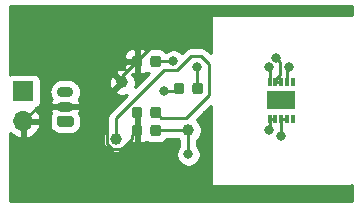
<source format=gtl>
G04 #@! TF.GenerationSoftware,KiCad,Pcbnew,(5.1.0-0)*
G04 #@! TF.CreationDate,2019-07-20T15:32:48+01:00*
G04 #@! TF.ProjectId,Li-ionCharger,4c692d69-6f6e-4436-9861-726765722e6b,rev?*
G04 #@! TF.SameCoordinates,Original*
G04 #@! TF.FileFunction,Copper,L1,Top*
G04 #@! TF.FilePolarity,Positive*
%FSLAX46Y46*%
G04 Gerber Fmt 4.6, Leading zero omitted, Abs format (unit mm)*
G04 Created by KiCad (PCBNEW (5.1.0-0)) date 2019-07-20 15:32:48*
%MOMM*%
%LPD*%
G04 APERTURE LIST*
%ADD10R,1.700000X1.700000*%
%ADD11O,1.700000X1.700000*%
%ADD12C,0.100000*%
%ADD13C,0.875000*%
%ADD14C,1.000000*%
%ADD15R,0.300000X0.650000*%
%ADD16R,2.480000X1.550000*%
%ADD17C,0.900000*%
%ADD18O,1.400000X0.900000*%
%ADD19C,0.800000*%
%ADD20C,0.250000*%
%ADD21C,0.254000*%
G04 APERTURE END LIST*
D10*
X114808000Y-71882000D03*
D11*
X114808000Y-74422000D03*
D12*
G36*
X124674691Y-73186053D02*
G01*
X124695926Y-73189203D01*
X124716750Y-73194419D01*
X124736962Y-73201651D01*
X124756368Y-73210830D01*
X124774781Y-73221866D01*
X124792024Y-73234654D01*
X124807930Y-73249070D01*
X124822346Y-73264976D01*
X124835134Y-73282219D01*
X124846170Y-73300632D01*
X124855349Y-73320038D01*
X124862581Y-73340250D01*
X124867797Y-73361074D01*
X124870947Y-73382309D01*
X124872000Y-73403750D01*
X124872000Y-73916250D01*
X124870947Y-73937691D01*
X124867797Y-73958926D01*
X124862581Y-73979750D01*
X124855349Y-73999962D01*
X124846170Y-74019368D01*
X124835134Y-74037781D01*
X124822346Y-74055024D01*
X124807930Y-74070930D01*
X124792024Y-74085346D01*
X124774781Y-74098134D01*
X124756368Y-74109170D01*
X124736962Y-74118349D01*
X124716750Y-74125581D01*
X124695926Y-74130797D01*
X124674691Y-74133947D01*
X124653250Y-74135000D01*
X124215750Y-74135000D01*
X124194309Y-74133947D01*
X124173074Y-74130797D01*
X124152250Y-74125581D01*
X124132038Y-74118349D01*
X124112632Y-74109170D01*
X124094219Y-74098134D01*
X124076976Y-74085346D01*
X124061070Y-74070930D01*
X124046654Y-74055024D01*
X124033866Y-74037781D01*
X124022830Y-74019368D01*
X124013651Y-73999962D01*
X124006419Y-73979750D01*
X124001203Y-73958926D01*
X123998053Y-73937691D01*
X123997000Y-73916250D01*
X123997000Y-73403750D01*
X123998053Y-73382309D01*
X124001203Y-73361074D01*
X124006419Y-73340250D01*
X124013651Y-73320038D01*
X124022830Y-73300632D01*
X124033866Y-73282219D01*
X124046654Y-73264976D01*
X124061070Y-73249070D01*
X124076976Y-73234654D01*
X124094219Y-73221866D01*
X124112632Y-73210830D01*
X124132038Y-73201651D01*
X124152250Y-73194419D01*
X124173074Y-73189203D01*
X124194309Y-73186053D01*
X124215750Y-73185000D01*
X124653250Y-73185000D01*
X124674691Y-73186053D01*
X124674691Y-73186053D01*
G37*
D13*
X124434500Y-73660000D03*
D12*
G36*
X126249691Y-73186053D02*
G01*
X126270926Y-73189203D01*
X126291750Y-73194419D01*
X126311962Y-73201651D01*
X126331368Y-73210830D01*
X126349781Y-73221866D01*
X126367024Y-73234654D01*
X126382930Y-73249070D01*
X126397346Y-73264976D01*
X126410134Y-73282219D01*
X126421170Y-73300632D01*
X126430349Y-73320038D01*
X126437581Y-73340250D01*
X126442797Y-73361074D01*
X126445947Y-73382309D01*
X126447000Y-73403750D01*
X126447000Y-73916250D01*
X126445947Y-73937691D01*
X126442797Y-73958926D01*
X126437581Y-73979750D01*
X126430349Y-73999962D01*
X126421170Y-74019368D01*
X126410134Y-74037781D01*
X126397346Y-74055024D01*
X126382930Y-74070930D01*
X126367024Y-74085346D01*
X126349781Y-74098134D01*
X126331368Y-74109170D01*
X126311962Y-74118349D01*
X126291750Y-74125581D01*
X126270926Y-74130797D01*
X126249691Y-74133947D01*
X126228250Y-74135000D01*
X125790750Y-74135000D01*
X125769309Y-74133947D01*
X125748074Y-74130797D01*
X125727250Y-74125581D01*
X125707038Y-74118349D01*
X125687632Y-74109170D01*
X125669219Y-74098134D01*
X125651976Y-74085346D01*
X125636070Y-74070930D01*
X125621654Y-74055024D01*
X125608866Y-74037781D01*
X125597830Y-74019368D01*
X125588651Y-73999962D01*
X125581419Y-73979750D01*
X125576203Y-73958926D01*
X125573053Y-73937691D01*
X125572000Y-73916250D01*
X125572000Y-73403750D01*
X125573053Y-73382309D01*
X125576203Y-73361074D01*
X125581419Y-73340250D01*
X125588651Y-73320038D01*
X125597830Y-73300632D01*
X125608866Y-73282219D01*
X125621654Y-73264976D01*
X125636070Y-73249070D01*
X125651976Y-73234654D01*
X125669219Y-73221866D01*
X125687632Y-73210830D01*
X125707038Y-73201651D01*
X125727250Y-73194419D01*
X125748074Y-73189203D01*
X125769309Y-73186053D01*
X125790750Y-73185000D01*
X126228250Y-73185000D01*
X126249691Y-73186053D01*
X126249691Y-73186053D01*
G37*
D13*
X126009500Y-73660000D03*
D12*
G36*
X126249691Y-74710053D02*
G01*
X126270926Y-74713203D01*
X126291750Y-74718419D01*
X126311962Y-74725651D01*
X126331368Y-74734830D01*
X126349781Y-74745866D01*
X126367024Y-74758654D01*
X126382930Y-74773070D01*
X126397346Y-74788976D01*
X126410134Y-74806219D01*
X126421170Y-74824632D01*
X126430349Y-74844038D01*
X126437581Y-74864250D01*
X126442797Y-74885074D01*
X126445947Y-74906309D01*
X126447000Y-74927750D01*
X126447000Y-75440250D01*
X126445947Y-75461691D01*
X126442797Y-75482926D01*
X126437581Y-75503750D01*
X126430349Y-75523962D01*
X126421170Y-75543368D01*
X126410134Y-75561781D01*
X126397346Y-75579024D01*
X126382930Y-75594930D01*
X126367024Y-75609346D01*
X126349781Y-75622134D01*
X126331368Y-75633170D01*
X126311962Y-75642349D01*
X126291750Y-75649581D01*
X126270926Y-75654797D01*
X126249691Y-75657947D01*
X126228250Y-75659000D01*
X125790750Y-75659000D01*
X125769309Y-75657947D01*
X125748074Y-75654797D01*
X125727250Y-75649581D01*
X125707038Y-75642349D01*
X125687632Y-75633170D01*
X125669219Y-75622134D01*
X125651976Y-75609346D01*
X125636070Y-75594930D01*
X125621654Y-75579024D01*
X125608866Y-75561781D01*
X125597830Y-75543368D01*
X125588651Y-75523962D01*
X125581419Y-75503750D01*
X125576203Y-75482926D01*
X125573053Y-75461691D01*
X125572000Y-75440250D01*
X125572000Y-74927750D01*
X125573053Y-74906309D01*
X125576203Y-74885074D01*
X125581419Y-74864250D01*
X125588651Y-74844038D01*
X125597830Y-74824632D01*
X125608866Y-74806219D01*
X125621654Y-74788976D01*
X125636070Y-74773070D01*
X125651976Y-74758654D01*
X125669219Y-74745866D01*
X125687632Y-74734830D01*
X125707038Y-74725651D01*
X125727250Y-74718419D01*
X125748074Y-74713203D01*
X125769309Y-74710053D01*
X125790750Y-74709000D01*
X126228250Y-74709000D01*
X126249691Y-74710053D01*
X126249691Y-74710053D01*
G37*
D13*
X126009500Y-75184000D03*
D12*
G36*
X124674691Y-74710053D02*
G01*
X124695926Y-74713203D01*
X124716750Y-74718419D01*
X124736962Y-74725651D01*
X124756368Y-74734830D01*
X124774781Y-74745866D01*
X124792024Y-74758654D01*
X124807930Y-74773070D01*
X124822346Y-74788976D01*
X124835134Y-74806219D01*
X124846170Y-74824632D01*
X124855349Y-74844038D01*
X124862581Y-74864250D01*
X124867797Y-74885074D01*
X124870947Y-74906309D01*
X124872000Y-74927750D01*
X124872000Y-75440250D01*
X124870947Y-75461691D01*
X124867797Y-75482926D01*
X124862581Y-75503750D01*
X124855349Y-75523962D01*
X124846170Y-75543368D01*
X124835134Y-75561781D01*
X124822346Y-75579024D01*
X124807930Y-75594930D01*
X124792024Y-75609346D01*
X124774781Y-75622134D01*
X124756368Y-75633170D01*
X124736962Y-75642349D01*
X124716750Y-75649581D01*
X124695926Y-75654797D01*
X124674691Y-75657947D01*
X124653250Y-75659000D01*
X124215750Y-75659000D01*
X124194309Y-75657947D01*
X124173074Y-75654797D01*
X124152250Y-75649581D01*
X124132038Y-75642349D01*
X124112632Y-75633170D01*
X124094219Y-75622134D01*
X124076976Y-75609346D01*
X124061070Y-75594930D01*
X124046654Y-75579024D01*
X124033866Y-75561781D01*
X124022830Y-75543368D01*
X124013651Y-75523962D01*
X124006419Y-75503750D01*
X124001203Y-75482926D01*
X123998053Y-75461691D01*
X123997000Y-75440250D01*
X123997000Y-74927750D01*
X123998053Y-74906309D01*
X124001203Y-74885074D01*
X124006419Y-74864250D01*
X124013651Y-74844038D01*
X124022830Y-74824632D01*
X124033866Y-74806219D01*
X124046654Y-74788976D01*
X124061070Y-74773070D01*
X124076976Y-74758654D01*
X124094219Y-74745866D01*
X124112632Y-74734830D01*
X124132038Y-74725651D01*
X124152250Y-74718419D01*
X124173074Y-74713203D01*
X124194309Y-74710053D01*
X124215750Y-74709000D01*
X124653250Y-74709000D01*
X124674691Y-74710053D01*
X124674691Y-74710053D01*
G37*
D13*
X124434500Y-75184000D03*
D12*
G36*
X128230691Y-71154053D02*
G01*
X128251926Y-71157203D01*
X128272750Y-71162419D01*
X128292962Y-71169651D01*
X128312368Y-71178830D01*
X128330781Y-71189866D01*
X128348024Y-71202654D01*
X128363930Y-71217070D01*
X128378346Y-71232976D01*
X128391134Y-71250219D01*
X128402170Y-71268632D01*
X128411349Y-71288038D01*
X128418581Y-71308250D01*
X128423797Y-71329074D01*
X128426947Y-71350309D01*
X128428000Y-71371750D01*
X128428000Y-71884250D01*
X128426947Y-71905691D01*
X128423797Y-71926926D01*
X128418581Y-71947750D01*
X128411349Y-71967962D01*
X128402170Y-71987368D01*
X128391134Y-72005781D01*
X128378346Y-72023024D01*
X128363930Y-72038930D01*
X128348024Y-72053346D01*
X128330781Y-72066134D01*
X128312368Y-72077170D01*
X128292962Y-72086349D01*
X128272750Y-72093581D01*
X128251926Y-72098797D01*
X128230691Y-72101947D01*
X128209250Y-72103000D01*
X127771750Y-72103000D01*
X127750309Y-72101947D01*
X127729074Y-72098797D01*
X127708250Y-72093581D01*
X127688038Y-72086349D01*
X127668632Y-72077170D01*
X127650219Y-72066134D01*
X127632976Y-72053346D01*
X127617070Y-72038930D01*
X127602654Y-72023024D01*
X127589866Y-72005781D01*
X127578830Y-71987368D01*
X127569651Y-71967962D01*
X127562419Y-71947750D01*
X127557203Y-71926926D01*
X127554053Y-71905691D01*
X127553000Y-71884250D01*
X127553000Y-71371750D01*
X127554053Y-71350309D01*
X127557203Y-71329074D01*
X127562419Y-71308250D01*
X127569651Y-71288038D01*
X127578830Y-71268632D01*
X127589866Y-71250219D01*
X127602654Y-71232976D01*
X127617070Y-71217070D01*
X127632976Y-71202654D01*
X127650219Y-71189866D01*
X127668632Y-71178830D01*
X127688038Y-71169651D01*
X127708250Y-71162419D01*
X127729074Y-71157203D01*
X127750309Y-71154053D01*
X127771750Y-71153000D01*
X128209250Y-71153000D01*
X128230691Y-71154053D01*
X128230691Y-71154053D01*
G37*
D13*
X127990500Y-71628000D03*
D12*
G36*
X129805691Y-71154053D02*
G01*
X129826926Y-71157203D01*
X129847750Y-71162419D01*
X129867962Y-71169651D01*
X129887368Y-71178830D01*
X129905781Y-71189866D01*
X129923024Y-71202654D01*
X129938930Y-71217070D01*
X129953346Y-71232976D01*
X129966134Y-71250219D01*
X129977170Y-71268632D01*
X129986349Y-71288038D01*
X129993581Y-71308250D01*
X129998797Y-71329074D01*
X130001947Y-71350309D01*
X130003000Y-71371750D01*
X130003000Y-71884250D01*
X130001947Y-71905691D01*
X129998797Y-71926926D01*
X129993581Y-71947750D01*
X129986349Y-71967962D01*
X129977170Y-71987368D01*
X129966134Y-72005781D01*
X129953346Y-72023024D01*
X129938930Y-72038930D01*
X129923024Y-72053346D01*
X129905781Y-72066134D01*
X129887368Y-72077170D01*
X129867962Y-72086349D01*
X129847750Y-72093581D01*
X129826926Y-72098797D01*
X129805691Y-72101947D01*
X129784250Y-72103000D01*
X129346750Y-72103000D01*
X129325309Y-72101947D01*
X129304074Y-72098797D01*
X129283250Y-72093581D01*
X129263038Y-72086349D01*
X129243632Y-72077170D01*
X129225219Y-72066134D01*
X129207976Y-72053346D01*
X129192070Y-72038930D01*
X129177654Y-72023024D01*
X129164866Y-72005781D01*
X129153830Y-71987368D01*
X129144651Y-71967962D01*
X129137419Y-71947750D01*
X129132203Y-71926926D01*
X129129053Y-71905691D01*
X129128000Y-71884250D01*
X129128000Y-71371750D01*
X129129053Y-71350309D01*
X129132203Y-71329074D01*
X129137419Y-71308250D01*
X129144651Y-71288038D01*
X129153830Y-71268632D01*
X129164866Y-71250219D01*
X129177654Y-71232976D01*
X129192070Y-71217070D01*
X129207976Y-71202654D01*
X129225219Y-71189866D01*
X129243632Y-71178830D01*
X129263038Y-71169651D01*
X129283250Y-71162419D01*
X129304074Y-71157203D01*
X129325309Y-71154053D01*
X129346750Y-71153000D01*
X129784250Y-71153000D01*
X129805691Y-71154053D01*
X129805691Y-71154053D01*
G37*
D13*
X129565500Y-71628000D03*
D12*
G36*
X126249691Y-68868053D02*
G01*
X126270926Y-68871203D01*
X126291750Y-68876419D01*
X126311962Y-68883651D01*
X126331368Y-68892830D01*
X126349781Y-68903866D01*
X126367024Y-68916654D01*
X126382930Y-68931070D01*
X126397346Y-68946976D01*
X126410134Y-68964219D01*
X126421170Y-68982632D01*
X126430349Y-69002038D01*
X126437581Y-69022250D01*
X126442797Y-69043074D01*
X126445947Y-69064309D01*
X126447000Y-69085750D01*
X126447000Y-69598250D01*
X126445947Y-69619691D01*
X126442797Y-69640926D01*
X126437581Y-69661750D01*
X126430349Y-69681962D01*
X126421170Y-69701368D01*
X126410134Y-69719781D01*
X126397346Y-69737024D01*
X126382930Y-69752930D01*
X126367024Y-69767346D01*
X126349781Y-69780134D01*
X126331368Y-69791170D01*
X126311962Y-69800349D01*
X126291750Y-69807581D01*
X126270926Y-69812797D01*
X126249691Y-69815947D01*
X126228250Y-69817000D01*
X125790750Y-69817000D01*
X125769309Y-69815947D01*
X125748074Y-69812797D01*
X125727250Y-69807581D01*
X125707038Y-69800349D01*
X125687632Y-69791170D01*
X125669219Y-69780134D01*
X125651976Y-69767346D01*
X125636070Y-69752930D01*
X125621654Y-69737024D01*
X125608866Y-69719781D01*
X125597830Y-69701368D01*
X125588651Y-69681962D01*
X125581419Y-69661750D01*
X125576203Y-69640926D01*
X125573053Y-69619691D01*
X125572000Y-69598250D01*
X125572000Y-69085750D01*
X125573053Y-69064309D01*
X125576203Y-69043074D01*
X125581419Y-69022250D01*
X125588651Y-69002038D01*
X125597830Y-68982632D01*
X125608866Y-68964219D01*
X125621654Y-68946976D01*
X125636070Y-68931070D01*
X125651976Y-68916654D01*
X125669219Y-68903866D01*
X125687632Y-68892830D01*
X125707038Y-68883651D01*
X125727250Y-68876419D01*
X125748074Y-68871203D01*
X125769309Y-68868053D01*
X125790750Y-68867000D01*
X126228250Y-68867000D01*
X126249691Y-68868053D01*
X126249691Y-68868053D01*
G37*
D13*
X126009500Y-69342000D03*
D12*
G36*
X124674691Y-68868053D02*
G01*
X124695926Y-68871203D01*
X124716750Y-68876419D01*
X124736962Y-68883651D01*
X124756368Y-68892830D01*
X124774781Y-68903866D01*
X124792024Y-68916654D01*
X124807930Y-68931070D01*
X124822346Y-68946976D01*
X124835134Y-68964219D01*
X124846170Y-68982632D01*
X124855349Y-69002038D01*
X124862581Y-69022250D01*
X124867797Y-69043074D01*
X124870947Y-69064309D01*
X124872000Y-69085750D01*
X124872000Y-69598250D01*
X124870947Y-69619691D01*
X124867797Y-69640926D01*
X124862581Y-69661750D01*
X124855349Y-69681962D01*
X124846170Y-69701368D01*
X124835134Y-69719781D01*
X124822346Y-69737024D01*
X124807930Y-69752930D01*
X124792024Y-69767346D01*
X124774781Y-69780134D01*
X124756368Y-69791170D01*
X124736962Y-69800349D01*
X124716750Y-69807581D01*
X124695926Y-69812797D01*
X124674691Y-69815947D01*
X124653250Y-69817000D01*
X124215750Y-69817000D01*
X124194309Y-69815947D01*
X124173074Y-69812797D01*
X124152250Y-69807581D01*
X124132038Y-69800349D01*
X124112632Y-69791170D01*
X124094219Y-69780134D01*
X124076976Y-69767346D01*
X124061070Y-69752930D01*
X124046654Y-69737024D01*
X124033866Y-69719781D01*
X124022830Y-69701368D01*
X124013651Y-69681962D01*
X124006419Y-69661750D01*
X124001203Y-69640926D01*
X123998053Y-69619691D01*
X123997000Y-69598250D01*
X123997000Y-69085750D01*
X123998053Y-69064309D01*
X124001203Y-69043074D01*
X124006419Y-69022250D01*
X124013651Y-69002038D01*
X124022830Y-68982632D01*
X124033866Y-68964219D01*
X124046654Y-68946976D01*
X124061070Y-68931070D01*
X124076976Y-68916654D01*
X124094219Y-68903866D01*
X124112632Y-68892830D01*
X124132038Y-68883651D01*
X124152250Y-68876419D01*
X124173074Y-68871203D01*
X124194309Y-68868053D01*
X124215750Y-68867000D01*
X124653250Y-68867000D01*
X124674691Y-68868053D01*
X124674691Y-68868053D01*
G37*
D13*
X124434500Y-69342000D03*
D14*
X122682000Y-75946000D03*
X123190000Y-71120000D03*
X128778000Y-75184000D03*
D15*
X135652000Y-74194000D03*
X136152000Y-74194000D03*
X136652000Y-74194000D03*
X137152000Y-74194000D03*
X137652000Y-74194000D03*
X137652000Y-71094000D03*
X137152000Y-71094000D03*
X136652000Y-71094000D03*
X136152000Y-71094000D03*
X135652000Y-71094000D03*
D16*
X136652000Y-72644000D03*
D12*
G36*
X118861054Y-73973083D02*
G01*
X118882895Y-73976323D01*
X118904314Y-73981688D01*
X118925104Y-73989127D01*
X118945064Y-73998568D01*
X118964003Y-74009919D01*
X118981738Y-74023073D01*
X118998099Y-74037901D01*
X119012927Y-74054262D01*
X119026081Y-74071997D01*
X119037432Y-74090936D01*
X119046873Y-74110896D01*
X119054312Y-74131686D01*
X119059677Y-74153105D01*
X119062917Y-74174946D01*
X119064000Y-74197000D01*
X119064000Y-74647000D01*
X119062917Y-74669054D01*
X119059677Y-74690895D01*
X119054312Y-74712314D01*
X119046873Y-74733104D01*
X119037432Y-74753064D01*
X119026081Y-74772003D01*
X119012927Y-74789738D01*
X118998099Y-74806099D01*
X118981738Y-74820927D01*
X118964003Y-74834081D01*
X118945064Y-74845432D01*
X118925104Y-74854873D01*
X118904314Y-74862312D01*
X118882895Y-74867677D01*
X118861054Y-74870917D01*
X118839000Y-74872000D01*
X117889000Y-74872000D01*
X117866946Y-74870917D01*
X117845105Y-74867677D01*
X117823686Y-74862312D01*
X117802896Y-74854873D01*
X117782936Y-74845432D01*
X117763997Y-74834081D01*
X117746262Y-74820927D01*
X117729901Y-74806099D01*
X117715073Y-74789738D01*
X117701919Y-74772003D01*
X117690568Y-74753064D01*
X117681127Y-74733104D01*
X117673688Y-74712314D01*
X117668323Y-74690895D01*
X117665083Y-74669054D01*
X117664000Y-74647000D01*
X117664000Y-74197000D01*
X117665083Y-74174946D01*
X117668323Y-74153105D01*
X117673688Y-74131686D01*
X117681127Y-74110896D01*
X117690568Y-74090936D01*
X117701919Y-74071997D01*
X117715073Y-74054262D01*
X117729901Y-74037901D01*
X117746262Y-74023073D01*
X117763997Y-74009919D01*
X117782936Y-73998568D01*
X117802896Y-73989127D01*
X117823686Y-73981688D01*
X117845105Y-73976323D01*
X117866946Y-73973083D01*
X117889000Y-73972000D01*
X118839000Y-73972000D01*
X118861054Y-73973083D01*
X118861054Y-73973083D01*
G37*
D17*
X118364000Y-74422000D03*
D18*
X118364000Y-73172000D03*
X118364000Y-71922000D03*
D19*
X136190701Y-69017949D03*
X125476000Y-67310000D03*
X135636000Y-75184000D03*
X136652000Y-75692000D03*
X128778000Y-77216000D03*
X126750653Y-71886653D03*
X137277000Y-69850000D03*
X129540000Y-69850000D03*
X135636000Y-69850000D03*
X127508000Y-69342000D03*
D20*
X123190000Y-70586500D02*
X124434500Y-69342000D01*
X123190000Y-71120000D02*
X123190000Y-70586500D01*
X136652000Y-71094000D02*
X136652000Y-70919000D01*
X136152000Y-71094000D02*
X136652000Y-71094000D01*
X124434500Y-73660000D02*
X124434500Y-75184000D01*
X121856999Y-72453001D02*
X123190000Y-71120000D01*
X121856999Y-76342001D02*
X121856999Y-72453001D01*
X122285999Y-76771001D02*
X121856999Y-76342001D01*
X123078001Y-76771001D02*
X122285999Y-76771001D01*
X123972888Y-75876114D02*
X123078001Y-76771001D01*
X123972888Y-75645612D02*
X123972888Y-75876114D01*
X124434500Y-75184000D02*
X123972888Y-75645612D01*
X121138000Y-73172000D02*
X118364000Y-73172000D01*
X121856999Y-72453001D02*
X121138000Y-73172000D01*
X116058000Y-73172000D02*
X114808000Y-74422000D01*
X118364000Y-73172000D02*
X116058000Y-73172000D01*
X136552000Y-70519000D02*
X136552000Y-69379248D01*
X136552000Y-69379248D02*
X136361001Y-69188249D01*
X136152000Y-70919000D02*
X136552000Y-70519000D01*
X136361001Y-69188249D02*
X136190701Y-69017949D01*
X136152000Y-71094000D02*
X136152000Y-70919000D01*
X125476000Y-68300500D02*
X124434500Y-69342000D01*
X125476000Y-67310000D02*
X125476000Y-68300500D01*
X136152000Y-74194000D02*
X135652000Y-74194000D01*
X126471112Y-74121612D02*
X126009500Y-73660000D01*
X128595888Y-74121612D02*
X126471112Y-74121612D01*
X129565500Y-73152000D02*
X128595888Y-74121612D01*
X129565500Y-73152000D02*
X129298750Y-73418750D01*
X135652000Y-75168000D02*
X135636000Y-75184000D01*
X135652000Y-74194000D02*
X135652000Y-75168000D01*
X127819002Y-70104000D02*
X126746506Y-70104000D01*
X122682000Y-74168506D02*
X122682000Y-75946000D01*
X126746506Y-70104000D02*
X122682000Y-74168506D01*
X129032000Y-68891002D02*
X127819002Y-70104000D01*
X130556000Y-69596000D02*
X129851002Y-68891002D01*
X130556000Y-72161500D02*
X130556000Y-69596000D01*
X129851002Y-68891002D02*
X129032000Y-68891002D01*
X129565500Y-73152000D02*
X130556000Y-72161500D01*
X137152000Y-74194000D02*
X136652000Y-74194000D01*
X126009500Y-75184000D02*
X128778000Y-75184000D01*
X136652000Y-74194000D02*
X136652000Y-74769000D01*
X136652000Y-74769000D02*
X136652000Y-75692000D01*
X128778000Y-75184000D02*
X128778000Y-77216000D01*
X127731847Y-71886653D02*
X127990500Y-71628000D01*
X126750653Y-71886653D02*
X127731847Y-71886653D01*
X137152000Y-71094000D02*
X137152000Y-70519000D01*
X137152000Y-69975000D02*
X137277000Y-69850000D01*
X137152000Y-70519000D02*
X137152000Y-69975000D01*
X129540000Y-71602500D02*
X129565500Y-71628000D01*
X129540000Y-69850000D02*
X129540000Y-71602500D01*
X135652000Y-71094000D02*
X135652000Y-70628000D01*
X135652000Y-69866000D02*
X135636000Y-69850000D01*
X135652000Y-70628000D02*
X135652000Y-69866000D01*
X127508000Y-69342000D02*
X126009500Y-69342000D01*
D21*
G36*
X142596001Y-65457061D02*
G01*
X142583803Y-65442197D01*
X142564557Y-65426403D01*
X142542601Y-65414667D01*
X142518776Y-65407440D01*
X142494000Y-65405000D01*
X130810000Y-65405000D01*
X130785224Y-65407440D01*
X130761399Y-65414667D01*
X130739443Y-65426403D01*
X130720197Y-65442197D01*
X130704403Y-65461443D01*
X130692667Y-65483399D01*
X130685440Y-65507224D01*
X130683000Y-65532000D01*
X130683000Y-68648199D01*
X130414805Y-68380004D01*
X130391003Y-68351001D01*
X130275278Y-68256028D01*
X130143249Y-68185456D01*
X129999988Y-68141999D01*
X129888335Y-68131002D01*
X129888324Y-68131002D01*
X129851002Y-68127326D01*
X129813680Y-68131002D01*
X129069322Y-68131002D01*
X129031999Y-68127326D01*
X128994676Y-68131002D01*
X128994667Y-68131002D01*
X128883014Y-68141999D01*
X128739753Y-68185456D01*
X128607724Y-68256028D01*
X128491999Y-68351001D01*
X128468201Y-68379999D01*
X128238956Y-68609245D01*
X128167774Y-68538063D01*
X127998256Y-68424795D01*
X127809898Y-68346774D01*
X127609939Y-68307000D01*
X127406061Y-68307000D01*
X127206102Y-68346774D01*
X127017744Y-68424795D01*
X126869948Y-68523549D01*
X126834115Y-68479885D01*
X126704275Y-68373329D01*
X126556142Y-68294150D01*
X126395408Y-68245392D01*
X126228250Y-68228928D01*
X125790750Y-68228928D01*
X125623592Y-68245392D01*
X125462858Y-68294150D01*
X125314725Y-68373329D01*
X125293070Y-68391100D01*
X125226494Y-68336463D01*
X125116180Y-68277498D01*
X124996482Y-68241188D01*
X124872000Y-68228928D01*
X124720250Y-68232000D01*
X124561500Y-68390750D01*
X124561500Y-69215000D01*
X124581500Y-69215000D01*
X124581500Y-69469000D01*
X124561500Y-69469000D01*
X124561500Y-70293250D01*
X124720250Y-70452000D01*
X124872000Y-70455072D01*
X124996482Y-70442812D01*
X125116180Y-70406502D01*
X125226494Y-70347537D01*
X125293070Y-70292900D01*
X125314725Y-70310671D01*
X125412677Y-70363027D01*
X124253169Y-71522535D01*
X124272458Y-71479174D01*
X124321731Y-71261095D01*
X124327511Y-71037594D01*
X124289577Y-70817260D01*
X124209387Y-70608560D01*
X124181588Y-70556550D01*
X123968169Y-70521439D01*
X124035312Y-70454296D01*
X124148750Y-70452000D01*
X124307500Y-70293250D01*
X124307500Y-69469000D01*
X123520750Y-69469000D01*
X123362000Y-69627750D01*
X123358928Y-69817000D01*
X123371188Y-69941482D01*
X123389375Y-70001437D01*
X123331095Y-69988269D01*
X123107594Y-69982489D01*
X122887260Y-70020423D01*
X122678560Y-70100613D01*
X122626550Y-70128412D01*
X122591439Y-70341834D01*
X123190000Y-70940395D01*
X123204143Y-70926253D01*
X123383748Y-71105858D01*
X123369605Y-71120000D01*
X123383748Y-71134143D01*
X123204143Y-71313748D01*
X123190000Y-71299605D01*
X122591439Y-71898166D01*
X122626550Y-72111588D01*
X122830826Y-72202458D01*
X123048905Y-72251731D01*
X123272406Y-72257511D01*
X123492740Y-72219577D01*
X123595681Y-72180023D01*
X122171003Y-73604702D01*
X122141999Y-73628505D01*
X122089890Y-73692001D01*
X122047026Y-73744230D01*
X122001520Y-73829365D01*
X121976454Y-73876260D01*
X121932997Y-74019521D01*
X121922000Y-74131174D01*
X121922000Y-74131184D01*
X121918324Y-74168506D01*
X121922000Y-74205829D01*
X121922001Y-75100867D01*
X121800388Y-75222480D01*
X121676176Y-75408376D01*
X121590617Y-75614933D01*
X121547000Y-75834212D01*
X121547000Y-76057788D01*
X121590617Y-76277067D01*
X121676176Y-76483624D01*
X121800388Y-76669520D01*
X121958480Y-76827612D01*
X122144376Y-76951824D01*
X122350933Y-77037383D01*
X122570212Y-77081000D01*
X122793788Y-77081000D01*
X123013067Y-77037383D01*
X123219624Y-76951824D01*
X123405520Y-76827612D01*
X123563612Y-76669520D01*
X123687824Y-76483624D01*
X123773383Y-76277067D01*
X123777571Y-76256010D01*
X123872518Y-76284812D01*
X123997000Y-76297072D01*
X124148750Y-76294000D01*
X124307500Y-76135250D01*
X124307500Y-75311000D01*
X124287500Y-75311000D01*
X124287500Y-75057000D01*
X124307500Y-75057000D01*
X124307500Y-73787000D01*
X124287500Y-73787000D01*
X124287500Y-73637807D01*
X124412307Y-73513000D01*
X124561500Y-73513000D01*
X124561500Y-73533000D01*
X124581500Y-73533000D01*
X124581500Y-73787000D01*
X124561500Y-73787000D01*
X124561500Y-75057000D01*
X124581500Y-75057000D01*
X124581500Y-75311000D01*
X124561500Y-75311000D01*
X124561500Y-76135250D01*
X124720250Y-76294000D01*
X124872000Y-76297072D01*
X124996482Y-76284812D01*
X125116180Y-76248502D01*
X125226494Y-76189537D01*
X125293070Y-76134900D01*
X125314725Y-76152671D01*
X125462858Y-76231850D01*
X125623592Y-76280608D01*
X125790750Y-76297072D01*
X126228250Y-76297072D01*
X126395408Y-76280608D01*
X126556142Y-76231850D01*
X126704275Y-76152671D01*
X126834115Y-76046115D01*
X126917918Y-75944000D01*
X127932868Y-75944000D01*
X128018000Y-76029132D01*
X128018001Y-76512288D01*
X127974063Y-76556226D01*
X127860795Y-76725744D01*
X127782774Y-76914102D01*
X127743000Y-77114061D01*
X127743000Y-77317939D01*
X127782774Y-77517898D01*
X127860795Y-77706256D01*
X127974063Y-77875774D01*
X128118226Y-78019937D01*
X128287744Y-78133205D01*
X128476102Y-78211226D01*
X128676061Y-78251000D01*
X128879939Y-78251000D01*
X129079898Y-78211226D01*
X129268256Y-78133205D01*
X129437774Y-78019937D01*
X129581937Y-77875774D01*
X129695205Y-77706256D01*
X129773226Y-77517898D01*
X129813000Y-77317939D01*
X129813000Y-77114061D01*
X129773226Y-76914102D01*
X129695205Y-76725744D01*
X129581937Y-76556226D01*
X129538000Y-76512289D01*
X129538000Y-76029132D01*
X129659612Y-75907520D01*
X129783824Y-75721624D01*
X129869383Y-75515067D01*
X129913000Y-75295788D01*
X129913000Y-75072212D01*
X129869383Y-74852933D01*
X129783824Y-74646376D01*
X129659612Y-74460480D01*
X129501520Y-74302388D01*
X129494563Y-74297739D01*
X130129299Y-73663004D01*
X130129308Y-73662993D01*
X130683000Y-73109302D01*
X130683000Y-79756000D01*
X130685440Y-79780776D01*
X130692667Y-79804601D01*
X130704403Y-79826557D01*
X130720197Y-79845803D01*
X130739443Y-79861597D01*
X130761399Y-79873333D01*
X130785224Y-79880560D01*
X130810000Y-79883000D01*
X142494000Y-79883000D01*
X142518776Y-79880560D01*
X142542601Y-79873333D01*
X142564557Y-79861597D01*
X142583803Y-79845803D01*
X142596000Y-79830940D01*
X142596000Y-81128000D01*
X113690000Y-81128000D01*
X113690000Y-75394903D01*
X113710412Y-75422269D01*
X113926645Y-75617178D01*
X114176748Y-75766157D01*
X114451109Y-75863481D01*
X114681000Y-75742814D01*
X114681000Y-74549000D01*
X114935000Y-74549000D01*
X114935000Y-75742814D01*
X115164891Y-75863481D01*
X115439252Y-75766157D01*
X115689355Y-75617178D01*
X115905588Y-75422269D01*
X116079641Y-75188920D01*
X116204825Y-74926099D01*
X116249476Y-74778890D01*
X116128155Y-74549000D01*
X114935000Y-74549000D01*
X114681000Y-74549000D01*
X114661000Y-74549000D01*
X114661000Y-74295000D01*
X114681000Y-74295000D01*
X114681000Y-74275000D01*
X114935000Y-74275000D01*
X114935000Y-74295000D01*
X116128155Y-74295000D01*
X116179873Y-74197000D01*
X117025928Y-74197000D01*
X117025928Y-74647000D01*
X117042512Y-74815377D01*
X117091625Y-74977283D01*
X117171382Y-75126497D01*
X117278716Y-75257284D01*
X117409503Y-75364618D01*
X117558717Y-75444375D01*
X117720623Y-75493488D01*
X117889000Y-75510072D01*
X118839000Y-75510072D01*
X119007377Y-75493488D01*
X119169283Y-75444375D01*
X119318497Y-75364618D01*
X119449284Y-75257284D01*
X119556618Y-75126497D01*
X119636375Y-74977283D01*
X119685488Y-74815377D01*
X119702072Y-74647000D01*
X119702072Y-74197000D01*
X119685488Y-74028623D01*
X119636375Y-73866717D01*
X119561338Y-73726334D01*
X119647279Y-73546563D01*
X119658408Y-73466001D01*
X119531502Y-73299000D01*
X118491000Y-73299000D01*
X118491000Y-73319000D01*
X118237000Y-73319000D01*
X118237000Y-73299000D01*
X117196498Y-73299000D01*
X117069592Y-73466001D01*
X117080721Y-73546563D01*
X117166662Y-73726334D01*
X117091625Y-73866717D01*
X117042512Y-74028623D01*
X117025928Y-74197000D01*
X116179873Y-74197000D01*
X116249476Y-74065110D01*
X116204825Y-73917901D01*
X116079641Y-73655080D01*
X115905588Y-73421731D01*
X115821534Y-73345966D01*
X115902180Y-73321502D01*
X116012494Y-73262537D01*
X116109185Y-73183185D01*
X116188537Y-73086494D01*
X116247502Y-72976180D01*
X116283812Y-72856482D01*
X116296072Y-72732000D01*
X116296072Y-71922000D01*
X117023751Y-71922000D01*
X117044700Y-72134697D01*
X117106741Y-72339220D01*
X117207491Y-72527710D01*
X117219273Y-72542066D01*
X117173649Y-72603051D01*
X117080721Y-72797437D01*
X117069592Y-72877999D01*
X117196498Y-73045000D01*
X118237000Y-73045000D01*
X118237000Y-73025000D01*
X118491000Y-73025000D01*
X118491000Y-73045000D01*
X119531502Y-73045000D01*
X119658408Y-72877999D01*
X119647279Y-72797437D01*
X119554351Y-72603051D01*
X119508727Y-72542066D01*
X119520509Y-72527710D01*
X119621259Y-72339220D01*
X119683300Y-72134697D01*
X119704249Y-71922000D01*
X119683300Y-71709303D01*
X119621259Y-71504780D01*
X119520509Y-71316290D01*
X119427047Y-71202406D01*
X122052489Y-71202406D01*
X122090423Y-71422740D01*
X122170613Y-71631440D01*
X122198412Y-71683450D01*
X122411834Y-71718561D01*
X123010395Y-71120000D01*
X122411834Y-70521439D01*
X122198412Y-70556550D01*
X122107542Y-70760826D01*
X122058269Y-70978905D01*
X122052489Y-71202406D01*
X119427047Y-71202406D01*
X119384922Y-71151078D01*
X119219710Y-71015491D01*
X119031220Y-70914741D01*
X118826697Y-70852700D01*
X118667294Y-70837000D01*
X118060706Y-70837000D01*
X117901303Y-70852700D01*
X117696780Y-70914741D01*
X117508290Y-71015491D01*
X117343078Y-71151078D01*
X117207491Y-71316290D01*
X117106741Y-71504780D01*
X117044700Y-71709303D01*
X117023751Y-71922000D01*
X116296072Y-71922000D01*
X116296072Y-71032000D01*
X116283812Y-70907518D01*
X116247502Y-70787820D01*
X116188537Y-70677506D01*
X116109185Y-70580815D01*
X116012494Y-70501463D01*
X115902180Y-70442498D01*
X115782482Y-70406188D01*
X115658000Y-70393928D01*
X113958000Y-70393928D01*
X113833518Y-70406188D01*
X113713820Y-70442498D01*
X113690000Y-70455230D01*
X113690000Y-68867000D01*
X123358928Y-68867000D01*
X123362000Y-69056250D01*
X123520750Y-69215000D01*
X124307500Y-69215000D01*
X124307500Y-68390750D01*
X124148750Y-68232000D01*
X123997000Y-68228928D01*
X123872518Y-68241188D01*
X123752820Y-68277498D01*
X123642506Y-68336463D01*
X123545815Y-68415815D01*
X123466463Y-68512506D01*
X123407498Y-68622820D01*
X123371188Y-68742518D01*
X123358928Y-68867000D01*
X113690000Y-68867000D01*
X113690000Y-64668000D01*
X142596001Y-64668000D01*
X142596001Y-65457061D01*
X142596001Y-65457061D01*
G37*
X142596001Y-65457061D02*
X142583803Y-65442197D01*
X142564557Y-65426403D01*
X142542601Y-65414667D01*
X142518776Y-65407440D01*
X142494000Y-65405000D01*
X130810000Y-65405000D01*
X130785224Y-65407440D01*
X130761399Y-65414667D01*
X130739443Y-65426403D01*
X130720197Y-65442197D01*
X130704403Y-65461443D01*
X130692667Y-65483399D01*
X130685440Y-65507224D01*
X130683000Y-65532000D01*
X130683000Y-68648199D01*
X130414805Y-68380004D01*
X130391003Y-68351001D01*
X130275278Y-68256028D01*
X130143249Y-68185456D01*
X129999988Y-68141999D01*
X129888335Y-68131002D01*
X129888324Y-68131002D01*
X129851002Y-68127326D01*
X129813680Y-68131002D01*
X129069322Y-68131002D01*
X129031999Y-68127326D01*
X128994676Y-68131002D01*
X128994667Y-68131002D01*
X128883014Y-68141999D01*
X128739753Y-68185456D01*
X128607724Y-68256028D01*
X128491999Y-68351001D01*
X128468201Y-68379999D01*
X128238956Y-68609245D01*
X128167774Y-68538063D01*
X127998256Y-68424795D01*
X127809898Y-68346774D01*
X127609939Y-68307000D01*
X127406061Y-68307000D01*
X127206102Y-68346774D01*
X127017744Y-68424795D01*
X126869948Y-68523549D01*
X126834115Y-68479885D01*
X126704275Y-68373329D01*
X126556142Y-68294150D01*
X126395408Y-68245392D01*
X126228250Y-68228928D01*
X125790750Y-68228928D01*
X125623592Y-68245392D01*
X125462858Y-68294150D01*
X125314725Y-68373329D01*
X125293070Y-68391100D01*
X125226494Y-68336463D01*
X125116180Y-68277498D01*
X124996482Y-68241188D01*
X124872000Y-68228928D01*
X124720250Y-68232000D01*
X124561500Y-68390750D01*
X124561500Y-69215000D01*
X124581500Y-69215000D01*
X124581500Y-69469000D01*
X124561500Y-69469000D01*
X124561500Y-70293250D01*
X124720250Y-70452000D01*
X124872000Y-70455072D01*
X124996482Y-70442812D01*
X125116180Y-70406502D01*
X125226494Y-70347537D01*
X125293070Y-70292900D01*
X125314725Y-70310671D01*
X125412677Y-70363027D01*
X124253169Y-71522535D01*
X124272458Y-71479174D01*
X124321731Y-71261095D01*
X124327511Y-71037594D01*
X124289577Y-70817260D01*
X124209387Y-70608560D01*
X124181588Y-70556550D01*
X123968169Y-70521439D01*
X124035312Y-70454296D01*
X124148750Y-70452000D01*
X124307500Y-70293250D01*
X124307500Y-69469000D01*
X123520750Y-69469000D01*
X123362000Y-69627750D01*
X123358928Y-69817000D01*
X123371188Y-69941482D01*
X123389375Y-70001437D01*
X123331095Y-69988269D01*
X123107594Y-69982489D01*
X122887260Y-70020423D01*
X122678560Y-70100613D01*
X122626550Y-70128412D01*
X122591439Y-70341834D01*
X123190000Y-70940395D01*
X123204143Y-70926253D01*
X123383748Y-71105858D01*
X123369605Y-71120000D01*
X123383748Y-71134143D01*
X123204143Y-71313748D01*
X123190000Y-71299605D01*
X122591439Y-71898166D01*
X122626550Y-72111588D01*
X122830826Y-72202458D01*
X123048905Y-72251731D01*
X123272406Y-72257511D01*
X123492740Y-72219577D01*
X123595681Y-72180023D01*
X122171003Y-73604702D01*
X122141999Y-73628505D01*
X122089890Y-73692001D01*
X122047026Y-73744230D01*
X122001520Y-73829365D01*
X121976454Y-73876260D01*
X121932997Y-74019521D01*
X121922000Y-74131174D01*
X121922000Y-74131184D01*
X121918324Y-74168506D01*
X121922000Y-74205829D01*
X121922001Y-75100867D01*
X121800388Y-75222480D01*
X121676176Y-75408376D01*
X121590617Y-75614933D01*
X121547000Y-75834212D01*
X121547000Y-76057788D01*
X121590617Y-76277067D01*
X121676176Y-76483624D01*
X121800388Y-76669520D01*
X121958480Y-76827612D01*
X122144376Y-76951824D01*
X122350933Y-77037383D01*
X122570212Y-77081000D01*
X122793788Y-77081000D01*
X123013067Y-77037383D01*
X123219624Y-76951824D01*
X123405520Y-76827612D01*
X123563612Y-76669520D01*
X123687824Y-76483624D01*
X123773383Y-76277067D01*
X123777571Y-76256010D01*
X123872518Y-76284812D01*
X123997000Y-76297072D01*
X124148750Y-76294000D01*
X124307500Y-76135250D01*
X124307500Y-75311000D01*
X124287500Y-75311000D01*
X124287500Y-75057000D01*
X124307500Y-75057000D01*
X124307500Y-73787000D01*
X124287500Y-73787000D01*
X124287500Y-73637807D01*
X124412307Y-73513000D01*
X124561500Y-73513000D01*
X124561500Y-73533000D01*
X124581500Y-73533000D01*
X124581500Y-73787000D01*
X124561500Y-73787000D01*
X124561500Y-75057000D01*
X124581500Y-75057000D01*
X124581500Y-75311000D01*
X124561500Y-75311000D01*
X124561500Y-76135250D01*
X124720250Y-76294000D01*
X124872000Y-76297072D01*
X124996482Y-76284812D01*
X125116180Y-76248502D01*
X125226494Y-76189537D01*
X125293070Y-76134900D01*
X125314725Y-76152671D01*
X125462858Y-76231850D01*
X125623592Y-76280608D01*
X125790750Y-76297072D01*
X126228250Y-76297072D01*
X126395408Y-76280608D01*
X126556142Y-76231850D01*
X126704275Y-76152671D01*
X126834115Y-76046115D01*
X126917918Y-75944000D01*
X127932868Y-75944000D01*
X128018000Y-76029132D01*
X128018001Y-76512288D01*
X127974063Y-76556226D01*
X127860795Y-76725744D01*
X127782774Y-76914102D01*
X127743000Y-77114061D01*
X127743000Y-77317939D01*
X127782774Y-77517898D01*
X127860795Y-77706256D01*
X127974063Y-77875774D01*
X128118226Y-78019937D01*
X128287744Y-78133205D01*
X128476102Y-78211226D01*
X128676061Y-78251000D01*
X128879939Y-78251000D01*
X129079898Y-78211226D01*
X129268256Y-78133205D01*
X129437774Y-78019937D01*
X129581937Y-77875774D01*
X129695205Y-77706256D01*
X129773226Y-77517898D01*
X129813000Y-77317939D01*
X129813000Y-77114061D01*
X129773226Y-76914102D01*
X129695205Y-76725744D01*
X129581937Y-76556226D01*
X129538000Y-76512289D01*
X129538000Y-76029132D01*
X129659612Y-75907520D01*
X129783824Y-75721624D01*
X129869383Y-75515067D01*
X129913000Y-75295788D01*
X129913000Y-75072212D01*
X129869383Y-74852933D01*
X129783824Y-74646376D01*
X129659612Y-74460480D01*
X129501520Y-74302388D01*
X129494563Y-74297739D01*
X130129299Y-73663004D01*
X130129308Y-73662993D01*
X130683000Y-73109302D01*
X130683000Y-79756000D01*
X130685440Y-79780776D01*
X130692667Y-79804601D01*
X130704403Y-79826557D01*
X130720197Y-79845803D01*
X130739443Y-79861597D01*
X130761399Y-79873333D01*
X130785224Y-79880560D01*
X130810000Y-79883000D01*
X142494000Y-79883000D01*
X142518776Y-79880560D01*
X142542601Y-79873333D01*
X142564557Y-79861597D01*
X142583803Y-79845803D01*
X142596000Y-79830940D01*
X142596000Y-81128000D01*
X113690000Y-81128000D01*
X113690000Y-75394903D01*
X113710412Y-75422269D01*
X113926645Y-75617178D01*
X114176748Y-75766157D01*
X114451109Y-75863481D01*
X114681000Y-75742814D01*
X114681000Y-74549000D01*
X114935000Y-74549000D01*
X114935000Y-75742814D01*
X115164891Y-75863481D01*
X115439252Y-75766157D01*
X115689355Y-75617178D01*
X115905588Y-75422269D01*
X116079641Y-75188920D01*
X116204825Y-74926099D01*
X116249476Y-74778890D01*
X116128155Y-74549000D01*
X114935000Y-74549000D01*
X114681000Y-74549000D01*
X114661000Y-74549000D01*
X114661000Y-74295000D01*
X114681000Y-74295000D01*
X114681000Y-74275000D01*
X114935000Y-74275000D01*
X114935000Y-74295000D01*
X116128155Y-74295000D01*
X116179873Y-74197000D01*
X117025928Y-74197000D01*
X117025928Y-74647000D01*
X117042512Y-74815377D01*
X117091625Y-74977283D01*
X117171382Y-75126497D01*
X117278716Y-75257284D01*
X117409503Y-75364618D01*
X117558717Y-75444375D01*
X117720623Y-75493488D01*
X117889000Y-75510072D01*
X118839000Y-75510072D01*
X119007377Y-75493488D01*
X119169283Y-75444375D01*
X119318497Y-75364618D01*
X119449284Y-75257284D01*
X119556618Y-75126497D01*
X119636375Y-74977283D01*
X119685488Y-74815377D01*
X119702072Y-74647000D01*
X119702072Y-74197000D01*
X119685488Y-74028623D01*
X119636375Y-73866717D01*
X119561338Y-73726334D01*
X119647279Y-73546563D01*
X119658408Y-73466001D01*
X119531502Y-73299000D01*
X118491000Y-73299000D01*
X118491000Y-73319000D01*
X118237000Y-73319000D01*
X118237000Y-73299000D01*
X117196498Y-73299000D01*
X117069592Y-73466001D01*
X117080721Y-73546563D01*
X117166662Y-73726334D01*
X117091625Y-73866717D01*
X117042512Y-74028623D01*
X117025928Y-74197000D01*
X116179873Y-74197000D01*
X116249476Y-74065110D01*
X116204825Y-73917901D01*
X116079641Y-73655080D01*
X115905588Y-73421731D01*
X115821534Y-73345966D01*
X115902180Y-73321502D01*
X116012494Y-73262537D01*
X116109185Y-73183185D01*
X116188537Y-73086494D01*
X116247502Y-72976180D01*
X116283812Y-72856482D01*
X116296072Y-72732000D01*
X116296072Y-71922000D01*
X117023751Y-71922000D01*
X117044700Y-72134697D01*
X117106741Y-72339220D01*
X117207491Y-72527710D01*
X117219273Y-72542066D01*
X117173649Y-72603051D01*
X117080721Y-72797437D01*
X117069592Y-72877999D01*
X117196498Y-73045000D01*
X118237000Y-73045000D01*
X118237000Y-73025000D01*
X118491000Y-73025000D01*
X118491000Y-73045000D01*
X119531502Y-73045000D01*
X119658408Y-72877999D01*
X119647279Y-72797437D01*
X119554351Y-72603051D01*
X119508727Y-72542066D01*
X119520509Y-72527710D01*
X119621259Y-72339220D01*
X119683300Y-72134697D01*
X119704249Y-71922000D01*
X119683300Y-71709303D01*
X119621259Y-71504780D01*
X119520509Y-71316290D01*
X119427047Y-71202406D01*
X122052489Y-71202406D01*
X122090423Y-71422740D01*
X122170613Y-71631440D01*
X122198412Y-71683450D01*
X122411834Y-71718561D01*
X123010395Y-71120000D01*
X122411834Y-70521439D01*
X122198412Y-70556550D01*
X122107542Y-70760826D01*
X122058269Y-70978905D01*
X122052489Y-71202406D01*
X119427047Y-71202406D01*
X119384922Y-71151078D01*
X119219710Y-71015491D01*
X119031220Y-70914741D01*
X118826697Y-70852700D01*
X118667294Y-70837000D01*
X118060706Y-70837000D01*
X117901303Y-70852700D01*
X117696780Y-70914741D01*
X117508290Y-71015491D01*
X117343078Y-71151078D01*
X117207491Y-71316290D01*
X117106741Y-71504780D01*
X117044700Y-71709303D01*
X117023751Y-71922000D01*
X116296072Y-71922000D01*
X116296072Y-71032000D01*
X116283812Y-70907518D01*
X116247502Y-70787820D01*
X116188537Y-70677506D01*
X116109185Y-70580815D01*
X116012494Y-70501463D01*
X115902180Y-70442498D01*
X115782482Y-70406188D01*
X115658000Y-70393928D01*
X113958000Y-70393928D01*
X113833518Y-70406188D01*
X113713820Y-70442498D01*
X113690000Y-70455230D01*
X113690000Y-68867000D01*
X123358928Y-68867000D01*
X123362000Y-69056250D01*
X123520750Y-69215000D01*
X124307500Y-69215000D01*
X124307500Y-68390750D01*
X124148750Y-68232000D01*
X123997000Y-68228928D01*
X123872518Y-68241188D01*
X123752820Y-68277498D01*
X123642506Y-68336463D01*
X123545815Y-68415815D01*
X123466463Y-68512506D01*
X123407498Y-68622820D01*
X123371188Y-68742518D01*
X123358928Y-68867000D01*
X113690000Y-68867000D01*
X113690000Y-64668000D01*
X142596001Y-64668000D01*
X142596001Y-65457061D01*
M02*

</source>
